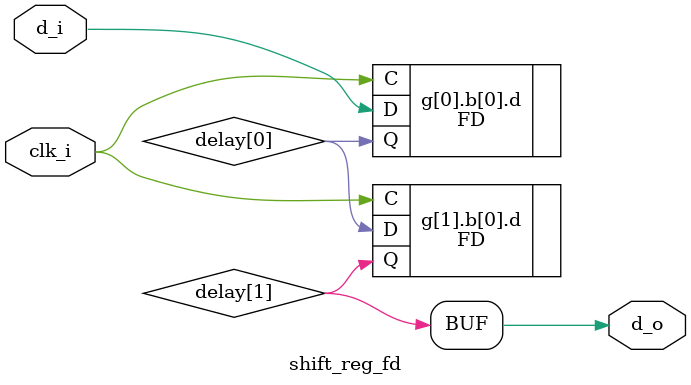
<source format=v>
module shift_reg_fd #(
   parameter DELAYS = 2,
   parameter WIDTH = 1
) (
   input clk_i,
   input [WIDTH-1:0] d_i,
   output [WIDTH-1:0] d_o
);

   wire [WIDTH-1:0] delay[0:DELAYS-1];
   genvar i, j;
   generate
      for (i = 0; i < DELAYS; i = i + 1) begin : g
         for (j = 0; j < WIDTH; j = j + 1) begin : b
            FD d (
               .C(clk_i),
               .D((i == 0) ? d_i[j] : delay[i - 1][j]),
               .Q(delay[i][j])
            );
         end
      end
   endgenerate

   assign d_o = delay[DELAYS-1];

endmodule

</source>
